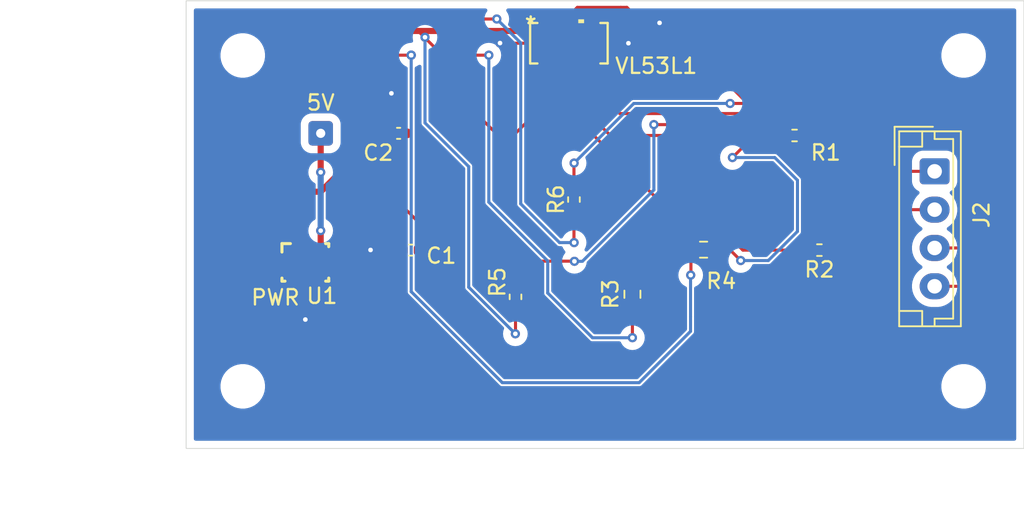
<source format=kicad_pcb>
(kicad_pcb (version 20240108) (generator "pcbnew") (generator_version "8.0")
  (title_block (title "VCSEL VL351") (date "2024-11-04") (rev "V01") (company "Georgia Tech Propulsive Landers") (comment 1 "Author: Mihir Dasgupta"))
  (layers (0 "F.Cu" signal) (31 "B.Cu" signal) (34 "B.Paste" user) (35 "F.Paste" user) (36 "B.SilkS" user "B.Silkscreen") (37 "F.SilkS" user "F.Silkscreen") (38 "B.Mask" user) (39 "F.Mask" user) (44 "Edge.Cuts" user))
  (net 0 "")
  (net 1 "GND")
  (net 2 "+5V")
  (net 3 "Net-(U1-VOUT)")
  (net 4 "/GPIO1")
  (net 5 "/I2C SDA")
  (net 6 "/I2C SCL")
  (net 7 "XSHUT")
  (net 8 "DNC")
  (net 9 "SDAout")
  (net 10 "SCLout")
  (footprint "MountingHole:MountingHole_2.5mm" (layer "F.Cu") (at 66.04 48.26)
    (property "Reference" "REF**" (hide yes))
    (property "Value" "MountingHole_2.5mm" (hide yes))
    (pad "" np_thru_hole circle (at 0 0) (size 2.5 2.5) (drill 2.5) (layers "F&B.Cu" "*.Mask"))
  )
  (footprint "footprints:SIP0008A" (layer "F.Cu") (at 70.119999 40.170001)
    (property "Reference" "U1" (at 1.080001 2.189999 0) (layer "F.SilkS"))
    (property "Value" "TPS82698SIPR")
    (fp_line (start -1.525001 -1.224999) (end -0.975002 -1.224999) (stroke (width 0.2)) (layer "F.SilkS"))
    (fp_line (start -1.525001 -0.675) (end -1.525001 -1.224999) (stroke (width 0.2)) (layer "F.SilkS"))
    (fp_line (start -1.525001 1.224999) (end -1.525001 1.024999) (stroke (width 0.2)) (layer "F.SilkS"))
    (fp_line (start -1.525001 1.224999) (end -1.325001 1.224999) (stroke (width 0.2)) (layer "F.SilkS"))
    (fp_line (start 1.325001 -1.224999) (end 1.525001 -1.224999) (stroke (width 0.2)) (layer "F.SilkS"))
    (fp_line (start 1.325001 1.224999) (end 1.525001 1.224999) (stroke (width 0.2)) (layer "F.SilkS"))
    (fp_line (start 1.525001 -1.024999) (end 1.525001 -1.224999) (stroke (width 0.2)) (layer "F.SilkS"))
    (fp_line (start 1.525001 1.224999) (end 1.525001 1.024999) (stroke (width 0.2)) (layer "F.SilkS"))
    (fp_text user "PWR" (at -1.949999 2.289999 0) (layer "F.SilkS"))
    (pad "A1" smd circle (at -0.999998 -0.800001) (size 0.299999 0.299999) (layers "F.Cu" "F.Paste" "F.Mask") (net 3 "Net-(U1-VOUT)"))
    (pad "A2" smd circle (at 0 -0.800001) (size 0.299999 0.299999) (layers "F.Cu" "F.Paste" "F.Mask") (net 2 "+5V"))
    (pad "A3" smd circle (at 1.000001 -0.800001) (size 0.299999 0.299999) (layers "F.Cu" "F.Paste" "F.Mask") (net 2 "+5V"))
    (pad "B1" smd circle (at -0.999998 -0.000003) (size 0.299999 0.299999) (layers "F.Cu" "F.Paste" "F.Mask") (net 1 "GND"))
    (pad "B2" smd circle (at 0 0) (size 0.299999 0.299999) (layers "F.Cu" "F.Paste" "F.Mask") (net 2 "+5V"))
    (pad "C1" smd circle (at -0.999998 0.799998) (size 0.299999 0.299999) (layers "F.Cu" "F.Paste" "F.Mask") (net 1 "GND"))
    (pad "C2" smd circle (at 0 0.799998) (size 0.299999 0.299999) (layers "F.Cu" "F.Paste" "F.Mask") (net 1 "GND"))
    (pad "C3" smd circle (at 1.000001 0.799998) (size 0.299999 0.299999) (layers "F.Cu" "F.Paste" "F.Mask") (net 1 "GND"))
  )
  (footprint "Resistor_SMD:R_0603_1608Metric" (layer "F.Cu") (at 96.08 39.34)
    (property "Reference" "R4" (at 1.15 2.05 0) (layer "F.SilkS"))
    (property "Value" "R_0603_1608Metric" (hide yes))
    (fp_line (start -0.237258 -0.5225) (end 0.237258 -0.5225) (stroke (width 0.12)) (layer "F.SilkS"))
    (fp_line (start -0.237258 0.5225) (end 0.237258 0.5225) (stroke (width 0.12)) (layer "F.SilkS"))
    (pad "1" smd roundrect (at -0.825 0) (size 0.8 0.95) (layers "F.Cu" "F.Paste" "F.Mask") (net 3 "Net-(U1-VOUT)"))
    (pad "2" smd roundrect (at 0.825 0) (size 0.8 0.95) (layers "F.Cu" "F.Paste" "F.Mask") (net 5 "/I2C SDA"))
  )
  (footprint "MountingHole:MountingHole_2.5mm" (layer "F.Cu") (at 113.03 26.67)
    (property "Reference" "REF**" (hide yes))
    (property "Value" "MountingHole_2.5mm" (hide yes))
    (pad "" np_thru_hole circle (at 0 0) (size 2.5 2.5) (drill 2.5) (layers "F&B.Cu" "*.Mask"))
  )
  (footprint "Resistor_SMD:R_0402_1005Metric" (layer "F.Cu") (at 102.01 31.89)
    (property "Reference" "R1" (at 2.03 1.12 0) (layer "F.SilkS"))
    (property "Value" "100Ω")
    (fp_line (start -0.153641 -0.38) (end 0.153641 -0.38) (stroke (width 0.12)) (layer "F.SilkS"))
    (fp_line (start -0.153641 0.38) (end 0.153641 0.38) (stroke (width 0.12)) (layer "F.SilkS"))
    (pad "1" smd roundrect (at -0.51 0) (size 0.54 0.64) (layers "F.Cu" "F.Paste" "F.Mask") (net 5 "/I2C SDA"))
    (pad "2" smd roundrect (at 0.51 0) (size 0.54 0.64) (layers "F.Cu" "F.Paste" "F.Mask") (net 9 "SDAout"))
  )
  (footprint "Connector_JST:JST_EH_B4B-EH-A_1x04_P2.50mm_Vertical" (layer "F.Cu") (at 111.14 34.23 -90)
    (property "Reference" "J2" (at 2.84 -3.06 90) (layer "F.SilkS"))
    (property "Value" "Conn_01x04")
    (fp_line (start -2.91 2.61) (end -0.41 2.61) (stroke (width 0.12)) (layer "F.SilkS"))
    (fp_line (start -2.61 2.31) (end 10.11 2.31) (stroke (width 0.12)) (layer "F.SilkS"))
    (fp_line (start 10.11 2.31) (end 10.11 -1.71) (stroke (width 0.12)) (layer "F.SilkS"))
    (fp_line (start -2.61 0.81) (end -1.61 0.81) (stroke (width 0.12)) (layer "F.SilkS"))
    (fp_line (start -1.61 0.81) (end -1.61 2.31) (stroke (width 0.12)) (layer "F.SilkS"))
    (fp_line (start 9.11 0.81) (end 9.11 2.31) (stroke (width 0.12)) (layer "F.SilkS"))
    (fp_line (start 10.11 0.81) (end 9.11 0.81) (stroke (width 0.12)) (layer "F.SilkS"))
    (fp_line (start -2.91 0.11) (end -2.91 2.61) (stroke (width 0.12)) (layer "F.SilkS"))
    (fp_line (start -2.61 0) (end -2.11 0) (stroke (width 0.12)) (layer "F.SilkS"))
    (fp_line (start -2.11 0) (end -2.11 -1.21) (stroke (width 0.12)) (layer "F.SilkS"))
    (fp_line (start 9.61 0) (end 10.11 0) (stroke (width 0.12)) (layer "F.SilkS"))
    (fp_line (start -2.11 -1.21) (end 9.61 -1.21) (stroke (width 0.12)) (layer "F.SilkS"))
    (fp_line (start 9.61 -1.21) (end 9.61 0) (stroke (width 0.12)) (layer "F.SilkS"))
    (fp_line (start -2.61 -1.71) (end -2.61 2.31) (stroke (width 0.12)) (layer "F.SilkS"))
    (fp_line (start 10.11 -1.71) (end -2.61 -1.71) (stroke (width 0.12)) (layer "F.SilkS"))
    (pad "1" thru_hole roundrect (at 0 0 270) (size 1.7 1.95) (drill 0.95) (layers "*.Cu" "*.Mask") (roundrect_rratio 0.147059) (net 9 "SDAout"))
    (pad "2" thru_hole oval (at 2.5 0 270) (size 1.7 1.95) (drill 0.95) (layers "*.Cu" "*.Mask") (net 10 "SCLout"))
    (pad "3" thru_hole oval (at 5 0 270) (size 1.7 1.95) (drill 0.95) (layers "*.Cu" "*.Mask") (net 4 "/GPIO1"))
    (pad "4" thru_hole oval (at 7.5 0 270) (size 1.7 1.95) (drill 0.95) (layers "*.Cu" "*.Mask") (net 7 "XSHUT"))
  )
  (footprint "Resistor_SMD:R_0603_1608Metric" (layer "F.Cu") (at 91.44 42.25 90)
    (property "Reference" "R3" (at 0 -1.43 90) (layer "F.SilkS"))
    (property "Value" "R_0603_1608Metric" (hide yes))
    (fp_line (start -0.237258 -0.5225) (end 0.237258 -0.5225) (stroke (width 0.12)) (layer "F.SilkS"))
    (fp_line (start -0.237258 0.5225) (end 0.237258 0.5225) (stroke (width 0.12)) (layer "F.SilkS"))
    (pad "1" smd roundrect (at -0.825 0 90) (size 0.8 0.95) (layers "F.Cu" "F.Paste" "F.Mask") (net 3 "Net-(U1-VOUT)"))
    (pad "2" smd roundrect (at 0.825 0 90) (size 0.8 0.95) (layers "F.Cu" "F.Paste" "F.Mask") (net 6 "/I2C SCL"))
  )
  (footprint "MountingHole:MountingHole_2.5mm" (layer "F.Cu") (at 113.03 48.26)
    (property "Reference" "REF**" (hide yes))
    (property "Value" "MountingHole_2.5mm" (hide yes))
    (pad "" np_thru_hole circle (at 0 0) (size 2.5 2.5) (drill 2.5) (layers "F&B.Cu" "*.Mask"))
  )
  (footprint "Capacitor_SMD:C_0402_1005Metric" (layer "F.Cu") (at 76.99 39.37 180)
    (property "Reference" "C1" (at -1.99 -0.37 0) (layer "F.SilkS"))
    (property "Value" "100 nF")
    (fp_line (start -0.107836 0.36) (end 0.107836 0.36) (stroke (width 0.12)) (layer "F.SilkS"))
    (fp_line (start -0.107836 -0.36) (end 0.107836 -0.36) (stroke (width 0.12)) (layer "F.SilkS"))
    (pad "1" smd roundrect (at -0.48 0 180) (size 0.56 0.62) (layers "F.Cu" "F.Paste" "F.Mask") (net 3 "Net-(U1-VOUT)"))
    (pad "2" smd roundrect (at 0.48 0 180) (size 0.56 0.62) (layers "F.Cu" "F.Paste" "F.Mask") (net 1 "GND"))
  )
  (footprint "Capacitor_SMD:C_0402_1005Metric" (layer "F.Cu") (at 76.2 31.75 180)
    (property "Reference" "C2" (at 1.33 -1.27 0) (layer "F.SilkS"))
    (property "Value" "4.7 μF")
    (fp_line (start -0.107836 0.36) (end 0.107836 0.36) (stroke (width 0.12)) (layer "F.SilkS"))
    (fp_line (start -0.107836 -0.36) (end 0.107836 -0.36) (stroke (width 0.12)) (layer "F.SilkS"))
    (pad "1" smd roundrect (at -0.48 0 180) (size 0.56 0.62) (layers "F.Cu" "F.Paste" "F.Mask") (net 3 "Net-(U1-VOUT)"))
    (pad "2" smd roundrect (at 0.48 0 180) (size 0.56 0.62) (layers "F.Cu" "F.Paste" "F.Mask") (net 1 "GND"))
  )
  (footprint "Resistor_SMD:R_0402_1005Metric" (layer "F.Cu") (at 83.82 42.42 90)
    (property "Reference" "R5" (at 0.96 -1.18 90) (layer "F.SilkS"))
    (property "Value" "10kΩ")
    (fp_line (start -0.153641 -0.38) (end 0.153641 -0.38) (stroke (width 0.12)) (layer "F.SilkS"))
    (fp_line (start -0.153641 0.38) (end 0.153641 0.38) (stroke (width 0.12)) (layer "F.SilkS"))
    (pad "1" smd roundrect (at -0.51 0 90) (size 0.54 0.64) (layers "F.Cu" "F.Paste" "F.Mask") (net 3 "Net-(U1-VOUT)"))
    (pad "2" smd roundrect (at 0.51 0 90) (size 0.54 0.64) (layers "F.Cu" "F.Paste" "F.Mask") (net 4 "/GPIO1"))
  )
  (footprint "Resistor_SMD:R_0402_1005Metric" (layer "F.Cu") (at 103.63 39.37)
    (property "Reference" "R2" (at 0 1.27 0) (layer "F.SilkS"))
    (property "Value" "100Ω")
    (fp_line (start -0.153641 -0.38) (end 0.153641 -0.38) (stroke (width 0.12)) (layer "F.SilkS"))
    (fp_line (start -0.153641 0.38) (end 0.153641 0.38) (stroke (width 0.12)) (layer "F.SilkS"))
    (pad "1" smd roundrect (at -0.51 0) (size 0.54 0.64) (layers "F.Cu" "F.Paste" "F.Mask") (net 6 "/I2C SCL"))
    (pad "2" smd roundrect (at 0.51 0) (size 0.54 0.64) (layers "F.Cu" "F.Paste" "F.Mask") (net 10 "SCLout"))
  )
  (footprint "MountingHole:MountingHole_2.5mm" (layer "F.Cu") (at 66.04 26.67)
    (property "Reference" "REF**" (hide yes))
    (property "Value" "MountingHole_2.5mm" (hide yes))
    (pad "" np_thru_hole circle (at 0 0) (size 2.5 2.5) (drill 2.5) (layers "F&B.Cu" "*.Mask"))
  )
  (footprint "VCSEL_footprints:QFN_BV0FY&slash_1_STM" (layer "F.Cu") (at 87.2998 25.869999)
    (property "Reference" "VL53L1" (at 5.6902 1.480001 0) (layer "F.SilkS"))
    (property "Value" "~")
    (fp_line (start -2.5273 -1.3208) (end -2.5273 1.3208) (stroke (width 0.1524)) (layer "F.SilkS"))
    (fp_line (start -2.5273 1.3208) (end -2.053032 1.3208) (stroke (width 0.1524)) (layer "F.SilkS"))
    (fp_line (start -2.053032 -1.3208) (end -2.5273 -1.3208) (stroke (width 0.1524)) (layer "F.SilkS"))
    (fp_line (start 2.053032 1.3208) (end 2.5273 1.3208) (stroke (width 0.1524)) (layer "F.SilkS"))
    (fp_line (start 2.5273 -1.3208) (end 2.053032 -1.3208) (stroke (width 0.1524)) (layer "F.SilkS"))
    (fp_line (start 2.5273 1.3208) (end 2.5273 -1.3208) (stroke (width 0.1524)) (layer "F.SilkS"))
    (fp_poly (pts (xy 0.609501 -1.307948) (xy 0.609501 -1.561948) (xy 0.990501 -1.561948) (xy 0.990501 -1.307948)) (fill solid) (layer "F.SilkS"))
    (fp_text user "*" (at -2.4892 -1.2 0) (layer "F.SilkS"))
    (fp_text user "*" (at -2.4892 -1.2 0) (layer "F.SilkS"))
    (pad "1" smd rect (at -1.6002 -0.800001 90) (size 0.508 0.508) (layers "F.Cu" "F.Paste" "F.Mask") (net 3 "Net-(U1-VOUT)"))
    (pad "2" smd rect (at -0.800001 -0.799948) (size 0.508 0.508) (layers "F.Cu" "F.Paste" "F.Mask") (net 1 "GND"))
    (pad "3" smd rect (at 0 -0.799948) (size 0.508 0.508) (layers "F.Cu" "F.Paste" "F.Mask") (net 1 "GND"))
    (pad "4" smd rect (at 0.800001 -0.799948) (size 0.508 0.508) (layers "F.Cu" "F.Paste" "F.Mask") (net 1 "GND"))
    (pad "5" smd rect (at 1.6002 -0.800001 90) (size 0.508 0.508) (layers "F.Cu" "F.Paste" "F.Mask") (net 7 "XSHUT"))
    (pad "6" smd rect (at 1.6002 0 90) (size 0.508 0.508) (layers "F.Cu" "F.Paste" "F.Mask") (net 1 "GND"))
    (pad "7" smd rect (at 1.6002 0.800001 90) (size 0.508 0.508) (layers "F.Cu" "F.Paste" "F.Mask") (net 4 "/GPIO1"))
    (pad "8" smd rect (at 0.800001 0.799948) (size 0.508 0.508) (layers "F.Cu" "F.Paste" "F.Mask") (net 8 "DNC"))
    (pad "9" smd rect (at 0 0.799948) (size 0.508 0.508) (layers "F.Cu" "F.Paste" "F.Mask") (net 5 "/I2C SDA"))
    (pad "10" smd rect (at -0.800001 0.799948) (size 0.508 0.508) (layers "F.Cu" "F.Paste" "F.Mask") (net 6 "/I2C SCL"))
    (pad "11" smd rect (at -1.6002 0.800001 90) (size 0.508 0.508) (layers "F.Cu" "F.Paste" "F.Mask") (net 3 "Net-(U1-VOUT)"))
    (pad "12" smd rect (at -1.6002 0 90) (size 0.508 0.508) (layers "F.Cu" "F.Paste" "F.Mask") (net 1 "GND"))
  )
  (footprint "Connector_Wire:SolderWire-0.1sqmm_1x01_D0.4mm_OD1mm" (layer "F.Cu") (at 71.12 31.75)
    (property "Reference" "5V" (at 0 -2 0) (layer "F.SilkS"))
    (property "Value" "5V")
    (pad "1" thru_hole roundrect (at 0 0) (size 1.6 1.6) (drill 0.6) (layers "*.Cu" "*.Mask") (roundrect_rratio 0.15625) (net 2 "+5V"))
  )
  (footprint "Resistor_SMD:R_0402_1005Metric" (layer "F.Cu") (at 87.63 36.07 90)
    (property "Reference" "R6" (at 0 -1.17 90) (layer "F.SilkS"))
    (property "Value" "10kΩ")
    (fp_line (start -0.153641 -0.38) (end 0.153641 -0.38) (stroke (width 0.12)) (layer "F.SilkS"))
    (fp_line (start -0.153641 0.38) (end 0.153641 0.38) (stroke (width 0.12)) (layer "F.SilkS"))
    (pad "1" smd roundrect (at -0.51 0 90) (size 0.54 0.64) (layers "F.Cu" "F.Paste" "F.Mask") (net 3 "Net-(U1-VOUT)"))
    (pad "2" smd roundrect (at 0.51 0 90) (size 0.54 0.64) (layers "F.Cu" "F.Paste" "F.Mask") (net 7 "XSHUT"))
  )
  (gr_rect (start 62.35 23.1) (end 116.96 52.31) (stroke (width 0.05)) (fill none) (layer "Edge.Cuts"))
  (segment (start 92.12 24.57) (end 93.21 24.57) (width 0.2) (layer "F.Cu") (net 1))
  (segment (start 76.51 39.37) (end 74.38 39.37) (width 0.2) (layer "F.Cu") (net 1))
  (segment (start 69.120001 40.169998) (end 69.120001 40.969999) (width 0.2) (layer "F.Cu") (net 1))
  (segment (start 87.85 23.53) (end 90.68 23.53) (width 0.2) (layer "F.Cu") (net 1))
  (segment (start 88.9 25.869999) (end 91.179999 25.869999) (width 0.2) (layer "F.Cu") (net 1))
  (segment (start 74.38 39.37) (end 74.37 39.36) (width 0.2) (layer "F.Cu") (net 1))
  (segment (start 75.72 31.75) (end 75.72 29.15) (width 0.2) (layer "F.Cu") (net 1))
  (segment (start 82.819999 25.869999) (end 85.6996 25.869999) (width 0.2) (layer "F.Cu") (net 1))
  (segment (start 75.72 29.15) (end 75.73 29.14) (width 0.2) (layer "F.Cu") (net 1))
  (segment (start 87.2998 25.070051) (end 87.2998 24.0802) (width 0.2) (layer "F.Cu") (net 1))
  (segment (start 87.2998 24.0802) (end 87.31 24.07) (width 0.2) (layer "F.Cu") (net 1))
  (segment (start 86.499799 25.070051) (end 88.099801 25.070051) (width 0.2) (layer "F.Cu") (net 1))
  (segment (start 91.08 23.53) (end 92.12 24.57) (width 0.2) (layer "F.Cu") (net 1))
  (segment (start 90.68 23.53) (end 91.08 23.53) (width 0.2) (layer "F.Cu") (net 1))
  (segment (start 70.119999 40.969999) (end 70.119999 43.899999) (width 0.2) (layer "F.Cu") (net 1))
  (segment (start 91.179999 25.869999) (end 91.18 25.87) (width 0.2) (layer "F.Cu") (net 1))
  (segment (start 87.31 24.07) (end 87.85 23.53) (width 0.2) (layer "F.Cu") (net 1))
  (segment (start 70.119999 43.899999) (end 70.12 43.9) (width 0.2) (layer "F.Cu") (net 1))
  (segment (start 69.120001 40.969999) (end 71.12 40.969999) (width 0.2) (layer "F.Cu") (net 1))
  (segment (start 82.81 25.86) (end 82.819999 25.869999) (width 0.2) (layer "F.Cu") (net 1))
  (via (at 74.37 39.36) (size 0.6) (drill 0.3) (layers "F.Cu" "B.Cu") (net 1))
  (via (at 75.73 29.14) (size 0.6) (drill 0.3) (layers "F.Cu" "B.Cu") (net 1))
  (via (at 91.18 25.87) (size 0.6) (drill 0.3) (layers "F.Cu" "B.Cu") (net 1))
  (via (at 93.21 24.542998) (size 0.6) (drill 0.3) (layers "F.Cu" "B.Cu") (net 1))
  (via (at 70.12 43.9) (size 0.6) (drill 0.3) (layers "F.Cu" "B.Cu") (net 1))
  (via (at 82.81 25.86) (size 0.6) (drill 0.3) (layers "F.Cu" "B.Cu") (net 1))
  (segment (start 71.12 31.75) (end 71.12 34.29) (width 0.4) (layer "F.Cu") (net 2))
  (segment (start 71.12 38.1) (end 71.12 39.37) (width 0.4) (layer "F.Cu") (net 2))
  (segment (start 70.119999 39.37) (end 71.12 39.37) (width 0.2) (layer "F.Cu") (net 2))
  (segment (start 70.119999 39.37) (end 70.119999 40.170001) (width 0.2) (layer "F.Cu") (net 2))
  (via (at 71.12 34.29) (size 0.6) (drill 0.3) (layers "F.Cu" "B.Cu") (net 2))
  (via (at 71.12 38.1) (size 0.6) (drill 0.3) (layers "F.Cu" "B.Cu") (net 2))
  (segment (start 71.12 34.29) (end 71.12 38.1) (width 0.4) (layer "B.Cu") (net 2))
  (segment (start 81.28 30.48) (end 82.55 31.75) (width 0.2) (layer "F.Cu") (net 3))
  (segment (start 72.735 33.945) (end 75.525 33.945) (width 0.2) (layer "F.Cu") (net 3))
  (segment (start 73.66 28.34) (end 73.66 26.67) (width 0.4) (layer "F.Cu") (net 3))
  (segment (start 81.779998 24.29) (end 81 25.069998) (width 0.2) (layer "F.Cu") (net 3))
  (segment (start 71.12 35.56) (end 72.735 33.945) (width 0.4) (layer "F.Cu") (net 3))
  (segment (start 95.255 40.985) (end 95.24 41) (width 0.2) (layer "F.Cu") (net 3))
  (segment (start 81 25.069998) (end 81.28 25.069998) (width 0.4) (layer "F.Cu") (net 3))
  (segment (start 75.525 33.945) (end 76.68 32.79) (width 0.2) (layer "F.Cu") (net 3))
  (segment (start 73.66 33.02) (end 73.66 29.21) (width 0.4) (layer "F.Cu") (net 3))
  (segment (start 87.63 38.87) (end 87.64 38.88) (width 0.2) (layer "F.Cu") (net 3))
  (segment (start 71.12 35.56) (end 71.27 35.41) (width 0.2) (layer "F.Cu") (net 3))
  (segment (start 82.08 26.65) (end 80.920002 26.65) (width 0.2) (layer "F.Cu") (net 3))
  (segment (start 64.77 38.1) (end 64.77 36.83) (width 0.4) (layer "F.Cu") (net 3))
  (segment (start 75.35 26.65) (end 77.02 26.65) (width 0.2) (layer "F.Cu") (net 3))
  (segment (start 76.7 25.069998) (end 77.47 25.069998) (width 0.4) (layer "F.Cu") (net 3))
  (segment (start 77.47 25.069998) (end 78.74 25.069998) (width 0.4) (layer "F.Cu") (net 3))
  (segment (start 83.82 44.82) (end 83.81 44.83) (width 0.2) (layer "F.Cu") (net 3))
  (segment (start 76.68 32.79) (end 76.68 31.75) (width 0.2) (layer "F.Cu") (net 3))
  (segment (start 69.120001 39.37) (end 66.04 39.37) (width 0.4) (layer "F.Cu") (net 3))
  (segment (start 73.66 29.21) (end 73.66 28.34) (width 0.4) (layer "F.Cu") (net 3))
  (segment (start 77.509998 25.069998) (end 76.7 25.069998) (width 0.2) (layer "F.Cu") (net 3))
  (segment (start 73.66 28.34) (end 75.35 26.65) (width 0.2) (layer "F.Cu") (net 3))
  (segment (start 75.260002 25.069998) (end 76.7 25.069998) (width 0.4) (layer "F.Cu") (net 3))
  (segment (start 81.28 25.069998) (end 85.6996 25.069998) (width 0.4) (layer "F.Cu") (net 3))
  (segment (start 66.04 39.37) (end 64.77 38.1) (width 0.4) (layer "F.Cu") (net 3))
  (segment (start 87.63 36.58) (end 87.63 38.87) (width 0.2) (layer "F.Cu") (net 3))
  (segment (start 83.82 42.93) (end 83.82 44.82) (width 0.2) (layer "F.Cu") (net 3))
  (segment (start 79.34 25.069998) (end 81 25.069998) (width 0.4) (layer "F.Cu") (net 3))
  (segment (start 77.47 25.069998) (end 81.28 28.879998) (width 0.2) (layer "F.Cu") (net 3))
  (segment (start 82.55 31.75) (end 83.82 31.75) (width 0.2) (layer "F.Cu") (net 3))
  (segment (start 85.6996 29.8704) (end 85.6996 26.67) (width 0.2) (layer "F.Cu") (net 3))
  (segment (start 77.92 25.48) (end 77.509998 25.069998) (width 0.2) (layer "F.Cu") (net 3))
  (segment (start 78.74 25.069998) (end 79.34 25.069998) (width 0.4) (layer "F.Cu") (net 3))
  (segment (start 66.04 35.56) (end 71.12 35.56) (width 0.4) (layer "F.Cu") (net 3))
  (segment (start 81.28 28.879998) (end 81.28 30.48) (width 0.2) (layer "F.Cu") (net 3))
  (segment (start 64.77 36.83) (end 66.04 35.56) (width 0.4) (layer "F.Cu") (net 3))
  (segment (start 77.47 37.52) (end 77.47 39.37) (width 0.2) (layer "F.Cu") (net 3))
  (segment (start 72.735 33.945) (end 73.66 33.02) (width 0.4) (layer "F.Cu") (net 3))
  (segment (start 83.82 31.75) (end 85.6996 29.8704) (width 0.2) (layer "F.Cu") (net 3))
  (segment (start 71.27 35.41) (end 75.36 35.41) (width 0.2) (layer "F.Cu") (net 3))
  (segment (start 91.44 43.075) (end 91.44 45.085) (width 0.2) (layer "F.Cu") (net 3))
  (segment (start 95.255 39.34) (end 95.255 40.985) (width 0.2) (layer "F.Cu") (net 3))
  (segment (start 80.920002 26.65) (end 79.34 25.069998) (width 0.2) (layer "F.Cu") (net 3))
  (segment (start 73.66 26.67) (end 75.260002 25.069998) (width 0.4) (layer "F.Cu") (net 3))
  (segment (start 75.36 35.41) (end 77.47 37.52) (width 0.2) (layer "F.Cu") (net 3))
  (segment (start 82.6 24.29) (end 81.779998 24.29) (width 0.2) (layer "F.Cu") (net 3))
  (via (at 77.02 26.65) (size 0.6) (drill 0.3) (layers "F.Cu" "B.Cu") (net 3))
  (via (at 77.02 26.65) (size 0.6) (drill 0.3) (layers "F.Cu" "B.Cu") (net 3))
  (via (at 77.02 26.65) (size 0.6) (drill 0.3) (layers "F.Cu" "B.Cu") (net 3))
  (via (at 82.08 26.65) (size 0.6) (drill 0.3) (layers "F.Cu" "B.Cu") (net 3))
  (via (at 91.44 45.085) (size 0.6) (drill 0.3) (layers "F.Cu" "B.Cu") (net 3))
  (via (at 82.6 24.29) (size 0.6) (drill 0.3) (layers "F.Cu" "B.Cu") (net 3))
  (via (at 87.64 38.88) (size 0.6) (drill 0.3) (layers "F.Cu" "B.Cu") (net 3))
  (via (at 77.92 25.48) (size 0.6) (drill 0.3) (layers "F.Cu" "B.Cu") (net 3))
  (via (at 83.81 44.83) (size 0.6) (drill 0.3) (layers "F.Cu" "B.Cu") (net 3))
  (via (at 95.24 41) (size 0.6) (drill 0.3) (layers "F.Cu" "B.Cu") (net 3))
  (segment (start 95.23 41.01) (end 95.24 41) (width 0.2) (layer "B.Cu") (net 3))
  (segment (start 80.77 41.79) (end 83.81 44.83) (width 0.2) (layer "B.Cu") (net 3))
  (segment (start 91.88 48.02) (end 95.23 44.67) (width 0.2) (layer "B.Cu") (net 3))
  (segment (start 85.92 42.17) (end 88.84 45.09) (width 0.2) (layer "B.Cu") (net 3))
  (segment (start 82.6 24.29) (end 84.16 25.85) (width 0.2) (layer "B.Cu") (net 3))
  (segment (start 77.92 31.07) (end 80.77 33.92) (width 0.2) (layer "B.Cu") (net 3))
  (segment (start 82.08 36.24) (end 85.92 40.08) (width 0.2) (layer "B.Cu") (net 3))
  (segment (start 85.92 40.08) (end 85.92 42.17) (width 0.2) (layer "B.Cu") (net 3))
  (segment (start 77.02 42.08) (end 82.96 48.02) (width 0.2) (layer "B.Cu") (net 3))
  (segment (start 77.02 26.65) (end 77.02 42.08) (width 0.2) (layer "B.Cu") (net 3))
  (segment (start 77.92 25.48) (end 77.92 31.07) (width 0.2) (layer "B.Cu") (net 3))
  (segment (start 95.23 44.67) (end 95.23 43.72) (width 0.2) (layer "B.Cu") (net 3))
  (segment (start 95.23 43.72) (end 95.23 41.01) (width 0.2) (layer "B.Cu") (net 3))
  (segment (start 84.16 36.35) (end 86.69 38.88) (width 0.2) (layer "B.Cu") (net 3))
  (segment (start 84.16 25.85) (end 84.16 36.35) (width 0.2) (layer "B.Cu") (net 3))
  (segment (start 82.96 48.02) (end 91.88 48.02) (width 0.2) (layer "B.Cu") (net 3))
  (segment (start 88.84 45.09) (end 91.44 45.09) (width 0.2) (layer "B.Cu") (net 3))
  (segment (start 82.08 26.65) (end 82.08 36.24) (width 0.2) (layer "B.Cu") (net 3))
  (segment (start 80.77 33.92) (end 80.77 41.79) (width 0.2) (layer "B.Cu") (net 3))
  (segment (start 86.69 38.88) (end 87.64 38.88) (width 0.2) (layer "B.Cu") (net 3))
  (segment (start 88.9 28.74) (end 90.62 30.46) (width 0.2) (layer "F.Cu") (net 4))
  (segment (start 114.21 30.46) (end 115.49 31.74) (width 0.2) (layer "F.Cu") (net 4))
  (segment (start 90.62 30.46) (end 96.32 30.46) (width 0.2) (layer "F.Cu") (net 4))
  (segment (start 83.82 41.28) (end 85.01 40.09) (width 0.2) (layer "F.Cu") (net 4))
  (segment (start 85.01 40.09) (end 87.65 40.09) (width 0.2) (layer "F.Cu") (net 4))
  (segment (start 87.65 40.09) (end 87.66 40.1) (width 0.2) (layer "F.Cu") (net 4))
  (segment (start 115.49 37.79) (end 114.05 39.23) (width 0.2) (layer "F.Cu") (net 4))
  (segment (start 115.49 31.74) (end 115.49 37.79) (width 0.2) (layer "F.Cu") (net 4))
  (segment (start 95.6 31.18) (end 96.32 30.46) (width 0.2) (layer "F.Cu") (net 4))
  (segment (start 92.84 31.18) (end 95.6 31.18) (width 0.2) (layer "F.Cu") (net 4))
  (segment (start 83.82 41.91) (end 83.82 41.28) (width 0.2) (layer "F.Cu") (net 4))
  (segment (start 96.32 30.46) (end 114.21 30.46) (width 0.2) (layer "F.Cu") (net 4))
  (segment (start 88.9 26.67) (end 88.9 28.74) (width 0.2) (layer "F.Cu") (net 4))
  (segment (start 114.05 39.23) (end 111.14 39.23) (width 0.2) (layer "F.Cu") (net 4))
  (via (at 92.84 31.18) (size 0.6) (drill 0.3) (layers "F.Cu" "B.Cu") (net 4))
  (via (at 87.66 40.1) (size 0.6) (drill 0.3) (layers "F.Cu" "B.Cu") (net 4))
  (segment (start 92.84 35.441552) (end 92.84 31.18) (width 0.2) (layer "B.Cu") (net 4))
  (segment (start 87.66 40.1) (end 88.181552 40.1) (width 0.2) (layer "B.Cu") (net 4))
  (segment (start 88.181552 40.1) (end 92.84 35.441552) (width 0.2) (layer "B.Cu") (net 4))
  (segment (start 90 31.89) (end 87.2998 29.1898) (width 0.2) (layer "F.Cu") (net 5))
  (segment (start 96.905 39.34) (end 97.79 39.34) (width 0.2) (layer "F.Cu") (net 5))
  (segment (start 97.96 33.33) (end 99.31 31.98) (width 0.2) (layer "F.Cu") (net 5))
  (segment (start 99.31 31.89) (end 90 31.89) (width 0.2) (layer "F.Cu") (net 5))
  (segment (start 101.5 31.89) (end 99.31 31.89) (width 0.2) (layer "F.Cu") (net 5))
  (segment (start 87.2998 29.1898) (end 87.2998 26.669947) (width 0.2) (layer "F.Cu") (net 5))
  (segment (start 97.79 39.34) (end 98.5 40.05) (width 0.2) (layer "F.Cu") (net 5))
  (segment (start 99.31 31.98) (end 99.31 31.89) (width 0.2) (layer "F.Cu") (net 5))
  (via (at 97.96 33.33) (size 0.6) (drill 0.3) (layers "F.Cu" "B.Cu") (net 5))
  (via (at 98.5 40.05) (size 0.6) (drill 0.3) (layers "F.Cu" "B.Cu") (net 5))
  (segment (start 102.2 34.81) (end 100.72 33.33) (width 0.2) (layer "B.Cu") (net 5))
  (segment (start 98.5 40.05) (end 100.3 40.05) (width 0.2) (layer "B.Cu") (net 5))
  (segment (start 102.2 38.15) (end 102.2 34.81) (width 0.2) (layer "B.Cu") (net 5))
  (segment (start 100.72 33.33) (end 97.96 33.33) (width 0.2) (layer "B.Cu") (net 5))
  (segment (start 100.3 40.05) (end 102.2 38.15) (width 0.2) (layer "B.Cu") (net 5))
  (segment (start 93.32 36.29) (end 95.56 36.29) (width 0.2) (layer "F.Cu") (net 6))
  (segment (start 86.499799 26.669947) (end 86.499799 29.469799) (width 0.2) (layer "F.Cu") (net 6))
  (segment (start 96.56 37.29) (end 96.58 37.31) (width 0.2) (layer "F.Cu") (net 6))
  (segment (start 95.56 36.29) (end 96.58 37.31) (width 0.2) (layer "F.Cu") (net 6))
  (segment (start 93.53 37.29) (end 96.56 37.29) (width 0.2) (layer "F.Cu") (net 6))
  (segment (start 98.64 39.37) (end 103.12 39.37) (width 0.2) (layer "F.Cu") (net 6))
  (segment (start 91.44 39.38) (end 93.53 37.29) (width 0.2) (layer "F.Cu") (net 6))
  (segment (start 91.44 41.425) (end 91.44 39.38) (width 0.2) (layer "F.Cu") (net 6))
  (segment (start 96.58 37.31) (end 98.64 39.37) (width 0.2) (layer "F.Cu") (net 6))
  (segment (start 86.499799 29.469799) (end 93.32 36.29) (width 0.2) (layer "F.Cu") (net 6))
  (segment (start 98.95 29.8) (end 97.81 29.8) (width 0.2) (layer "F.Cu") (net 7))
  (segment (start 114.6 41.73) (end 111.14 41.73) (width 0.2) (layer "F.Cu") (net 7))
  (segment (start 116.21 31.25) (end 116.21 40.12) (width 0.2) (layer "F.Cu") (net 7))
  (segment (start 94.219998 25.069998) (end 98.95 29.8) (width 0.2) (layer "F.Cu") (net 7))
  (segment (start 87.64 35.55) (end 87.63 35.56) (width 0.2) (layer "F.Cu") (net 7))
  (segment (start 98.95 29.8) (end 114.76 29.8) (width 0.2) (layer "F.Cu") (net 7))
  (segment (start 88.9 25.069998) (end 94.219998 25.069998) (width 0.2) (layer "F.Cu") (net 7))
  (segment (start 87.63 33.7) (end 87.64 33.69) (width 0.2) (layer "F.Cu") (net 7))
  (segment (start 87.63 35.56) (end 87.63 33.7) (width 0.2) (layer "F.Cu") (net 7))
  (segment (start 114.76 29.8) (end 116.21 31.25) (width 0.2) (layer "F.Cu") (net 7))
  (segment (start 116.21 40.12) (end 114.6 41.73) (width 0.2) (layer "F.Cu") (net 7))
  (via (at 97.81 29.8) (size 0.6) (drill 0.3) (layers "F.Cu" "B.Cu") (net 7))
  (via (at 87.64 33.69) (size 0.6) (drill 0.3) (layers "F.Cu" "B.Cu") (net 7))
  (segment (start 87.64 33.69) (end 91.53 29.8) (width 0.2) (layer "B.Cu") (net 7))
  (segment (start 91.53 29.8) (end 97.81 29.8) (width 0.2) (layer "B.Cu") (net 7))
  (segment (start 107.2 34.23) (end 111.14 34.23) (width 0.2) (layer "F.Cu") (net 9))
  (segment (start 104.84 31.89) (end 107.19 34.24) (width 0.2) (layer "F.Cu") (net 9))
  (segment (start 102.52 31.89) (end 104.84 31.89) (width 0.2) (layer "F.Cu") (net 9))
  (segment (start 107.19 34.24) (end 107.2 34.23) (width 0.2) (layer "F.Cu") (net 9))
  (segment (start 104.14 39.37) (end 105.38 39.37) (width 0.2) (layer "F.Cu") (net 10))
  (segment (start 105.38 39.37) (end 108.02 36.73) (width 0.2) (layer "F.Cu") (net 10))
  (segment (start 108.02 36.73) (end 111.14 36.73) (width 0.2) (layer "F.Cu") (net 10))
  (zone (net 1) (net_name "GND") (layer "B.Cu") (connect_pads (clearance 0.5)) (min_thickness 0.25) (fill yes (thermal_gap 0.5) (thermal_bridge_width 0.5))
    (polygon (pts (xy 62.36 23.11) (xy 116.95 23.11) (xy 116.94 52.29) (xy 62.37 52.31)))
  )
)
</source>
